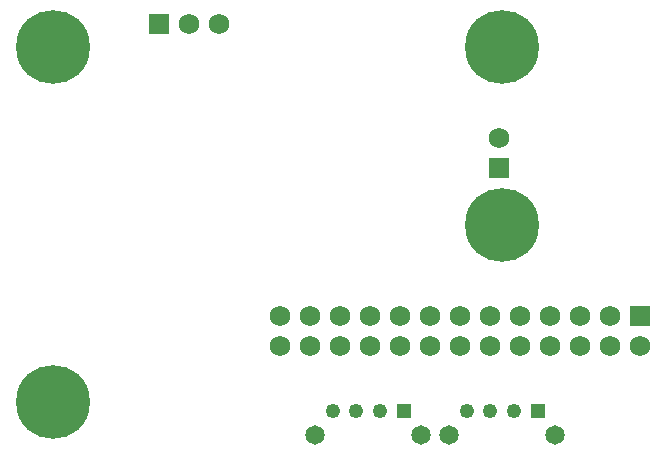
<source format=gbs>
%FSDAX24Y24*%
%MOIN*%
%SFA1B1*%

%IPPOS*%
%ADD66R,0.049200X0.049200*%
%ADD79C,0.065000*%
%ADD80C,0.049200*%
%ADD81R,0.068900X0.068900*%
%ADD82C,0.068900*%
%ADD83R,0.068900X0.068900*%
%ADD84C,0.246100*%
%LNmsb-1*%
%LPD*%
G54D66*
X033307Y012343D03*
X037776D03*
G54D79*
X033898Y011516D03*
X030354D03*
X038366D03*
X034823D03*
G54D80*
X032520Y012343D03*
X031732D03*
X030945D03*
X036988D03*
X036201D03*
X035413D03*
G54D81*
X025148Y025236D03*
X041191Y015482D03*
G54D82*
X026148Y025236D03*
X027148D03*
X036476Y021443D03*
X029191Y014482D03*
Y015482D03*
X030191Y014482D03*
Y015482D03*
X031191Y014482D03*
Y015482D03*
X032191Y014482D03*
Y015482D03*
X033191Y014482D03*
Y015482D03*
X034191Y014482D03*
Y015482D03*
X035191Y014482D03*
Y015482D03*
X036191Y014482D03*
Y015482D03*
X037191Y014482D03*
Y015482D03*
X038191Y014482D03*
Y015482D03*
X039191Y014482D03*
Y015482D03*
X040191Y014482D03*
Y015482D03*
X041191Y014482D03*
G54D83*
X036476Y020443D03*
G54D84*
X021614Y024449D03*
X036575D03*
Y018543D03*
X021614Y012638D03*
M02*
</source>
